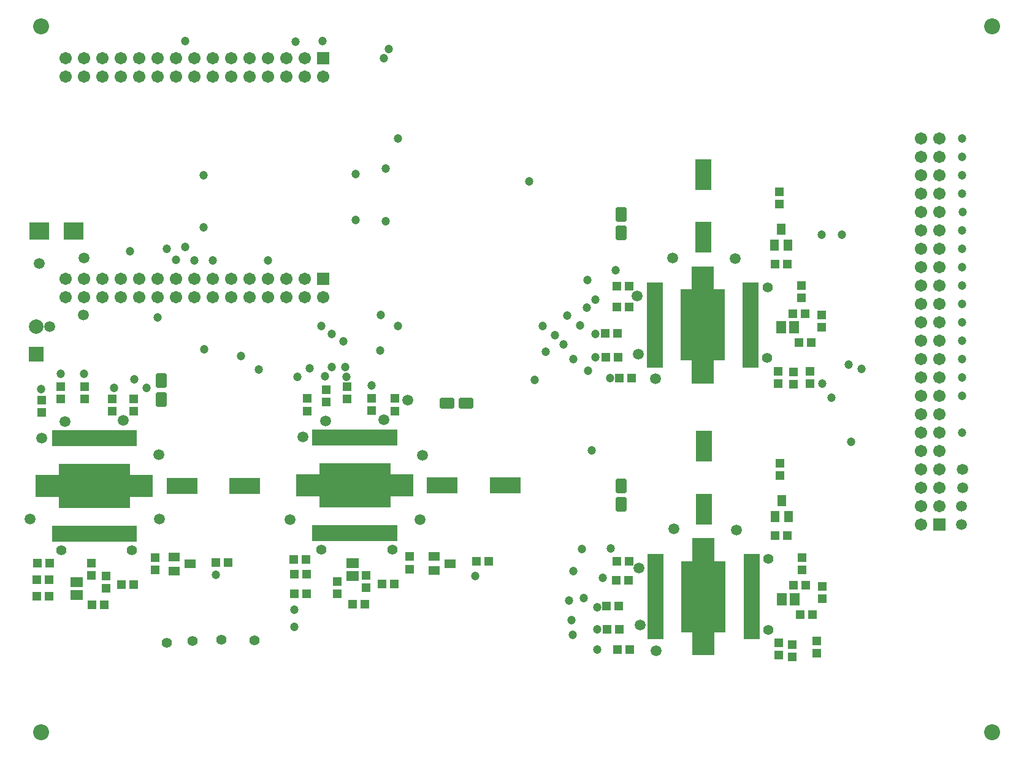
<source format=gts>
G04 Layer_Color=8388736*
%FSLAX25Y25*%
%MOIN*%
G70*
G01*
G75*
%ADD43R,0.12217X0.13202*%
%ADD44R,0.24422X0.38595*%
%ADD45R,0.08635X0.02690*%
%ADD46R,0.13202X0.12217*%
%ADD47R,0.38595X0.24422*%
%ADD48R,0.02690X0.08635*%
%ADD49R,0.04737X0.05131*%
%ADD50R,0.05131X0.04737*%
%ADD51R,0.10642X0.09461*%
%ADD52R,0.04737X0.06312*%
%ADD53R,0.06312X0.04737*%
%ADD54R,0.08674X0.16942*%
%ADD55R,0.05328X0.06587*%
G04:AMPARAMS|DCode=56|XSize=79.26mil|YSize=59.97mil|CornerRadius=10.5mil|HoleSize=0mil|Usage=FLASHONLY|Rotation=90.000|XOffset=0mil|YOffset=0mil|HoleType=Round|Shape=RoundedRectangle|*
%AMROUNDEDRECTD56*
21,1,0.07926,0.03898,0,0,90.0*
21,1,0.05827,0.05997,0,0,90.0*
1,1,0.02099,0.01949,0.02913*
1,1,0.02099,0.01949,-0.02913*
1,1,0.02099,-0.01949,-0.02913*
1,1,0.02099,-0.01949,0.02913*
%
%ADD56ROUNDEDRECTD56*%
%ADD57R,0.16942X0.08674*%
%ADD58R,0.06587X0.05328*%
G04:AMPARAMS|DCode=59|XSize=79.26mil|YSize=59.97mil|CornerRadius=10.5mil|HoleSize=0mil|Usage=FLASHONLY|Rotation=0.000|XOffset=0mil|YOffset=0mil|HoleType=Round|Shape=RoundedRectangle|*
%AMROUNDEDRECTD59*
21,1,0.07926,0.03898,0,0,0.0*
21,1,0.05827,0.05997,0,0,0.0*
1,1,0.02099,0.02913,-0.01949*
1,1,0.02099,-0.02913,-0.01949*
1,1,0.02099,-0.02913,0.01949*
1,1,0.02099,0.02913,0.01949*
%
%ADD59ROUNDEDRECTD59*%
%ADD60C,0.08674*%
%ADD61C,0.06706*%
%ADD62R,0.06706X0.06706*%
%ADD63R,0.06706X0.06706*%
%ADD64C,0.07887*%
%ADD65R,0.07887X0.07887*%
%ADD66C,0.04737*%
%ADD67C,0.05918*%
%ADD68C,0.05524*%
%ADD69C,0.05800*%
D43*
X377876Y262506D02*
D03*
Y212309D02*
D03*
X378276Y114719D02*
D03*
Y64522D02*
D03*
D44*
X377876Y237407D02*
D03*
X378276Y89621D02*
D03*
D45*
X351853Y215655D02*
D03*
Y218214D02*
D03*
Y220773D02*
D03*
Y223332D02*
D03*
Y225891D02*
D03*
Y228450D02*
D03*
Y231009D02*
D03*
Y233569D02*
D03*
Y236128D02*
D03*
Y238687D02*
D03*
Y241246D02*
D03*
Y243805D02*
D03*
Y246364D02*
D03*
Y248923D02*
D03*
Y251482D02*
D03*
Y254041D02*
D03*
Y256600D02*
D03*
Y259159D02*
D03*
X403900D02*
D03*
Y256600D02*
D03*
Y254041D02*
D03*
Y251482D02*
D03*
Y248923D02*
D03*
Y246364D02*
D03*
Y243805D02*
D03*
Y241246D02*
D03*
Y238687D02*
D03*
Y236128D02*
D03*
Y233569D02*
D03*
Y231009D02*
D03*
Y228450D02*
D03*
Y225891D02*
D03*
Y223332D02*
D03*
Y220773D02*
D03*
Y218214D02*
D03*
Y215655D02*
D03*
X352253Y67869D02*
D03*
Y70428D02*
D03*
Y72987D02*
D03*
Y75546D02*
D03*
Y78105D02*
D03*
Y80664D02*
D03*
Y83223D02*
D03*
Y85782D02*
D03*
Y88341D02*
D03*
Y90900D02*
D03*
Y93459D02*
D03*
Y96018D02*
D03*
Y98577D02*
D03*
Y101136D02*
D03*
Y103695D02*
D03*
Y106254D02*
D03*
Y108813D02*
D03*
Y111372D02*
D03*
X404300D02*
D03*
Y108813D02*
D03*
Y106254D02*
D03*
Y103695D02*
D03*
Y101136D02*
D03*
Y98577D02*
D03*
Y96018D02*
D03*
Y93459D02*
D03*
Y90900D02*
D03*
Y88341D02*
D03*
Y85782D02*
D03*
Y83223D02*
D03*
Y80664D02*
D03*
Y78105D02*
D03*
Y75546D02*
D03*
Y72987D02*
D03*
Y70428D02*
D03*
Y67869D02*
D03*
D46*
X213719Y150224D02*
D03*
X163522D02*
D03*
X72132Y149824D02*
D03*
X21935D02*
D03*
D47*
X188620Y150224D02*
D03*
X47034Y149824D02*
D03*
D48*
X166868Y176247D02*
D03*
X169428D02*
D03*
X171987D02*
D03*
X174546D02*
D03*
X177105D02*
D03*
X179664D02*
D03*
X182223D02*
D03*
X184782D02*
D03*
X187341D02*
D03*
X189900D02*
D03*
X192459D02*
D03*
X195018D02*
D03*
X197577D02*
D03*
X200136D02*
D03*
X202695D02*
D03*
X205254D02*
D03*
X207813D02*
D03*
X210372D02*
D03*
Y124200D02*
D03*
X207813D02*
D03*
X205254D02*
D03*
X202695D02*
D03*
X200136D02*
D03*
X197577D02*
D03*
X195018D02*
D03*
X192459D02*
D03*
X189900D02*
D03*
X187341D02*
D03*
X184782D02*
D03*
X182223D02*
D03*
X179664D02*
D03*
X177105D02*
D03*
X174546D02*
D03*
X171987D02*
D03*
X169428D02*
D03*
X166868D02*
D03*
X25282Y175847D02*
D03*
X27841D02*
D03*
X30400D02*
D03*
X32959D02*
D03*
X35518D02*
D03*
X38077D02*
D03*
X40636D02*
D03*
X43195D02*
D03*
X45754D02*
D03*
X48313D02*
D03*
X50872D02*
D03*
X53431D02*
D03*
X55990D02*
D03*
X58550D02*
D03*
X61109D02*
D03*
X63668D02*
D03*
X66227D02*
D03*
X68786D02*
D03*
Y123800D02*
D03*
X66227D02*
D03*
X63668D02*
D03*
X61109D02*
D03*
X58550D02*
D03*
X55990D02*
D03*
X53431D02*
D03*
X50872D02*
D03*
X48313D02*
D03*
X45754D02*
D03*
X43195D02*
D03*
X40636D02*
D03*
X38077D02*
D03*
X35518D02*
D03*
X32959D02*
D03*
X30400D02*
D03*
X27841D02*
D03*
X25282D02*
D03*
D49*
X436100Y205453D02*
D03*
Y212146D02*
D03*
X442453Y236173D02*
D03*
Y242866D02*
D03*
X439900Y58854D02*
D03*
Y65547D02*
D03*
X442853Y88387D02*
D03*
Y95079D02*
D03*
X419554Y303273D02*
D03*
Y309966D02*
D03*
X419800Y155640D02*
D03*
Y162333D02*
D03*
X28700Y203893D02*
D03*
Y197200D02*
D03*
X41700Y203847D02*
D03*
Y197153D02*
D03*
X431500Y258766D02*
D03*
Y252073D02*
D03*
X427000Y205153D02*
D03*
Y211846D02*
D03*
X418700Y205640D02*
D03*
Y212333D02*
D03*
X431900Y110979D02*
D03*
Y104287D02*
D03*
X426500Y56853D02*
D03*
Y63547D02*
D03*
X419100Y57854D02*
D03*
Y64547D02*
D03*
X218387Y104654D02*
D03*
Y111346D02*
D03*
X178987Y91172D02*
D03*
Y97865D02*
D03*
X194887Y101247D02*
D03*
Y94554D02*
D03*
X162700Y197346D02*
D03*
Y190654D02*
D03*
X210300Y197346D02*
D03*
Y190654D02*
D03*
X197687Y197646D02*
D03*
Y190954D02*
D03*
X80000Y104253D02*
D03*
Y110947D02*
D03*
X45400Y101300D02*
D03*
Y107993D02*
D03*
X53300Y100847D02*
D03*
Y94153D02*
D03*
X18300Y196546D02*
D03*
Y189854D02*
D03*
X68300Y197247D02*
D03*
Y190553D02*
D03*
X56900Y197247D02*
D03*
Y190553D02*
D03*
X184600Y197254D02*
D03*
Y203946D02*
D03*
X173000Y195454D02*
D03*
Y202147D02*
D03*
D50*
X155853Y91300D02*
D03*
X162547D02*
D03*
X187387Y85646D02*
D03*
X194079D02*
D03*
X15653Y90000D02*
D03*
X22346D02*
D03*
X45800Y85246D02*
D03*
X52493D02*
D03*
X254640Y108700D02*
D03*
X261333D02*
D03*
X113054Y108300D02*
D03*
X119746D02*
D03*
X324954Y219900D02*
D03*
X331646D02*
D03*
X324853Y232800D02*
D03*
X331546D02*
D03*
X423846Y270400D02*
D03*
X417154D02*
D03*
X436928Y227773D02*
D03*
X430235D02*
D03*
X426854Y243673D02*
D03*
X433546D02*
D03*
X332500Y208600D02*
D03*
X339193D02*
D03*
X330954Y258500D02*
D03*
X337647D02*
D03*
X331053Y247300D02*
D03*
X337747D02*
D03*
X423846Y123000D02*
D03*
X417154D02*
D03*
X437328Y79987D02*
D03*
X430635D02*
D03*
X427253Y95887D02*
D03*
X433947D02*
D03*
X331353Y60800D02*
D03*
X338047D02*
D03*
X331153Y108687D02*
D03*
X337846D02*
D03*
X330753Y98577D02*
D03*
X337446D02*
D03*
X209980Y96600D02*
D03*
X203287D02*
D03*
X155853Y102000D02*
D03*
X162547D02*
D03*
X155553Y109700D02*
D03*
X162247D02*
D03*
X68393Y96200D02*
D03*
X61700D02*
D03*
X15653Y99000D02*
D03*
X22346D02*
D03*
X16153Y108000D02*
D03*
X22847D02*
D03*
X332147Y84400D02*
D03*
X325453D02*
D03*
X332447Y71700D02*
D03*
X325753D02*
D03*
D51*
X35752Y288500D02*
D03*
X17248D02*
D03*
D52*
X416753Y280720D02*
D03*
X424234D02*
D03*
X420494Y289381D02*
D03*
X417000Y133087D02*
D03*
X424480D02*
D03*
X420740Y141748D02*
D03*
D53*
X231933Y111346D02*
D03*
Y103866D02*
D03*
X240595Y107606D02*
D03*
X90500Y111100D02*
D03*
Y103620D02*
D03*
X99161Y107360D02*
D03*
D54*
X378000Y285047D02*
D03*
Y319299D02*
D03*
X378400Y137261D02*
D03*
Y171513D02*
D03*
D55*
X427328Y236128D02*
D03*
X420399D02*
D03*
X427728Y88341D02*
D03*
X420799D02*
D03*
D56*
X333353Y297638D02*
D03*
Y287402D02*
D03*
X333600Y150005D02*
D03*
Y139769D02*
D03*
X83500Y196782D02*
D03*
Y207018D02*
D03*
D57*
X236261Y150100D02*
D03*
X270513D02*
D03*
X94674Y149700D02*
D03*
X128926D02*
D03*
D58*
X187341Y100772D02*
D03*
Y107701D02*
D03*
X37400Y90535D02*
D03*
Y97465D02*
D03*
D59*
X249005Y194900D02*
D03*
X238769D02*
D03*
D60*
X535000Y16000D02*
D03*
Y400000D02*
D03*
X18000D02*
D03*
Y16000D02*
D03*
D61*
X496400Y138900D02*
D03*
Y128900D02*
D03*
X506400Y138900D02*
D03*
Y148900D02*
D03*
X496400D02*
D03*
X506400Y158900D02*
D03*
X496400D02*
D03*
X506400Y168900D02*
D03*
X496400D02*
D03*
X506400Y178900D02*
D03*
X496400D02*
D03*
X506400Y188900D02*
D03*
X496400D02*
D03*
X506400Y198900D02*
D03*
X496400D02*
D03*
X506400Y208900D02*
D03*
X496400D02*
D03*
X506400Y218900D02*
D03*
X496400D02*
D03*
X506400Y228900D02*
D03*
X496400D02*
D03*
X506400Y238900D02*
D03*
X496400D02*
D03*
X506400Y248900D02*
D03*
X496400D02*
D03*
X506400Y258900D02*
D03*
X496400D02*
D03*
X506400Y268900D02*
D03*
X496400D02*
D03*
X506400Y278900D02*
D03*
X496400D02*
D03*
X506400Y288900D02*
D03*
X496400D02*
D03*
X506400Y298900D02*
D03*
X496400D02*
D03*
X506400Y308900D02*
D03*
X496400D02*
D03*
X506400Y318900D02*
D03*
X496400D02*
D03*
X506400Y328900D02*
D03*
X496400D02*
D03*
X506400Y338900D02*
D03*
X496400D02*
D03*
X171500Y372400D02*
D03*
X161500Y382400D02*
D03*
Y372400D02*
D03*
X151500Y382400D02*
D03*
Y372400D02*
D03*
X141500Y382400D02*
D03*
Y372400D02*
D03*
X131500Y382400D02*
D03*
Y372400D02*
D03*
X121500Y382400D02*
D03*
Y372400D02*
D03*
X111500Y382400D02*
D03*
Y372400D02*
D03*
X101500Y382400D02*
D03*
Y372400D02*
D03*
X91500Y382400D02*
D03*
Y372400D02*
D03*
X81500Y382400D02*
D03*
Y372400D02*
D03*
X71500Y382400D02*
D03*
Y372400D02*
D03*
X61500Y382400D02*
D03*
Y372400D02*
D03*
X51500Y382400D02*
D03*
Y372400D02*
D03*
X41500Y382400D02*
D03*
Y372400D02*
D03*
X31500Y382400D02*
D03*
Y372400D02*
D03*
X171500Y252400D02*
D03*
X161500Y262400D02*
D03*
Y252400D02*
D03*
X151500Y262400D02*
D03*
Y252400D02*
D03*
X141500Y262400D02*
D03*
Y252400D02*
D03*
X131500Y262400D02*
D03*
Y252400D02*
D03*
X121500Y262400D02*
D03*
Y252400D02*
D03*
X111500Y262400D02*
D03*
Y252400D02*
D03*
X101500Y262400D02*
D03*
Y252400D02*
D03*
X91500Y262400D02*
D03*
Y252400D02*
D03*
X81500Y262400D02*
D03*
Y252400D02*
D03*
X71500Y262400D02*
D03*
Y252400D02*
D03*
X61500Y262400D02*
D03*
Y252400D02*
D03*
X51500Y262400D02*
D03*
Y252400D02*
D03*
X41500Y262400D02*
D03*
Y252400D02*
D03*
X31500Y262400D02*
D03*
Y252400D02*
D03*
D62*
X506400Y128900D02*
D03*
D63*
X171500Y382400D02*
D03*
Y262400D02*
D03*
D64*
X15500Y236500D02*
D03*
D65*
Y221500D02*
D03*
D66*
X207000Y387500D02*
D03*
X204500Y382500D02*
D03*
X283500Y315500D02*
D03*
X205300Y322500D02*
D03*
X205500Y294000D02*
D03*
X189000Y319500D02*
D03*
Y294500D02*
D03*
X106500Y319000D02*
D03*
Y290500D02*
D03*
X212000Y236800D02*
D03*
X453500Y286500D02*
D03*
X464000Y213500D02*
D03*
X315000Y262000D02*
D03*
X202300Y223600D02*
D03*
X307400Y218900D02*
D03*
X307100Y68700D02*
D03*
X306400Y76900D02*
D03*
X313000Y88800D02*
D03*
X307500Y103600D02*
D03*
X314800Y246700D02*
D03*
X290900Y236800D02*
D03*
X311200Y237300D02*
D03*
X304100Y242400D02*
D03*
X320500Y60800D02*
D03*
X75600Y203100D02*
D03*
X68800Y207900D02*
D03*
X155800Y73100D02*
D03*
X323600Y99800D02*
D03*
X170500Y236800D02*
D03*
X41500Y210800D02*
D03*
X18100Y202400D02*
D03*
X28800Y210700D02*
D03*
X172575Y209600D02*
D03*
X197700Y204600D02*
D03*
X320300Y71700D02*
D03*
X327500Y208600D02*
D03*
X319300Y219900D02*
D03*
X319400Y232600D02*
D03*
X330300Y267200D02*
D03*
X319400Y251100D02*
D03*
X57900Y203100D02*
D03*
X184000Y209300D02*
D03*
X157400Y209100D02*
D03*
X327700Y116000D02*
D03*
X442700Y205400D02*
D03*
X106800Y224200D02*
D03*
X317600Y169200D02*
D03*
X136600Y213100D02*
D03*
X202800Y242900D02*
D03*
X126700Y220400D02*
D03*
X182500Y228400D02*
D03*
X457000Y216000D02*
D03*
X447700Y197700D02*
D03*
X442500Y286500D02*
D03*
X254000Y101000D02*
D03*
X113000Y101500D02*
D03*
X96500Y280000D02*
D03*
X91500Y273000D02*
D03*
X86500Y279000D02*
D03*
X101500Y272500D02*
D03*
X111500D02*
D03*
X141500D02*
D03*
X81500Y241500D02*
D03*
X66500Y277400D02*
D03*
X96500Y392000D02*
D03*
X171100D02*
D03*
X156500Y391500D02*
D03*
X212000Y339000D02*
D03*
X518900Y338900D02*
D03*
Y328900D02*
D03*
Y318900D02*
D03*
Y308900D02*
D03*
X519000Y299000D02*
D03*
X518900Y288900D02*
D03*
Y278900D02*
D03*
Y268900D02*
D03*
Y258900D02*
D03*
Y248900D02*
D03*
Y238900D02*
D03*
Y228900D02*
D03*
Y218900D02*
D03*
Y208900D02*
D03*
Y198900D02*
D03*
X458500Y174000D02*
D03*
X155853Y82647D02*
D03*
X518900Y178900D02*
D03*
X176000Y232500D02*
D03*
X164000Y214000D02*
D03*
X176000Y214500D02*
D03*
X183500D02*
D03*
X320500Y84000D02*
D03*
X305000Y87500D02*
D03*
X312000Y115500D02*
D03*
X286500Y207500D02*
D03*
X292500Y223000D02*
D03*
X315500Y212500D02*
D03*
X297500Y232000D02*
D03*
X302000Y227000D02*
D03*
D67*
X17000Y271000D02*
D03*
X217500Y196500D02*
D03*
X351953Y208026D02*
D03*
X352353Y60239D02*
D03*
X343826Y74266D02*
D03*
X160367Y176394D02*
D03*
X204487Y185900D02*
D03*
X18353Y175847D02*
D03*
X62900Y185500D02*
D03*
X342200Y253273D02*
D03*
X172700Y185240D02*
D03*
X342826Y221653D02*
D03*
X343026Y105161D02*
D03*
X12000Y132000D02*
D03*
X82000Y167000D02*
D03*
X30953Y185000D02*
D03*
X41000Y243000D02*
D03*
X22900Y236500D02*
D03*
X41500Y274000D02*
D03*
X82500Y132000D02*
D03*
X225500Y166500D02*
D03*
X224000Y131500D02*
D03*
X153500D02*
D03*
X362000Y126500D02*
D03*
X396000Y126000D02*
D03*
X395500Y273500D02*
D03*
X361300Y274000D02*
D03*
X518500Y129000D02*
D03*
Y139000D02*
D03*
X519000Y149000D02*
D03*
Y159000D02*
D03*
D68*
X413100Y257959D02*
D03*
X412900Y219373D02*
D03*
X413500Y110172D02*
D03*
X413300Y71587D02*
D03*
X208972Y115200D02*
D03*
X170587D02*
D03*
X67386Y114800D02*
D03*
X29000D02*
D03*
X116000Y66186D02*
D03*
X100500Y65500D02*
D03*
X86500Y64500D02*
D03*
X134000Y66000D02*
D03*
D69*
X518900Y158900D02*
D03*
M02*

</source>
